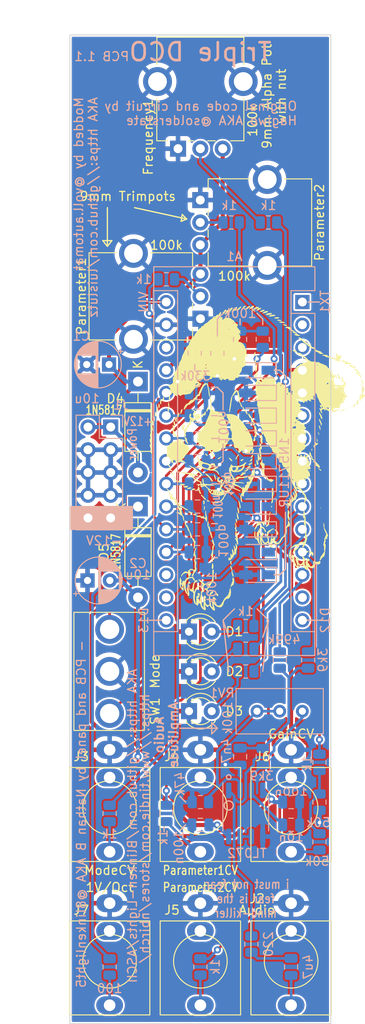
<source format=kicad_pcb>
(kicad_pcb (version 20210228) (generator pcbnew)
  (layers (0 "F.Cu" signal) (31 "B.Cu" signal) (34 "B.Paste" user) (35 "F.Paste" user) (36 "B.SilkS" user "B.Silkscreen") (37 "F.SilkS" user "F.Silkscreen") (38 "B.Mask" user) (39 "F.Mask" user) (44 "Edge.Cuts" user))
  (net 0 "")
  (net 3 "+12V")
  (net 5 "GND")
  (net 6 "HIFI")
  (net 8 "PWM")
  (net 9 "+5V")
  (net 10 "Net-(A1-Pad11)")
  (net 11 "A7")
  (net 12 "Net-(A1-Pad10)")
  (net 13 "A6")
  (net 14 "Net-(A1-Pad9)")
  (net 15 "A5")
  (net 16 "Net-(A1-Pad8)")
  (net 17 "A4")
  (net 18 "Net-(A1-Pad7)")
  (net 19 "A3")
  (net 21 "A2")
  (net 23 "A1")
  (net 24 "A0")
  (net 30 "-12V")
  (net 31 "Net-(C3-Pad1)")
  (net 32 "Net-(C5-Pad1)")
  (net 33 "Net-(C7-Pad2)")
  (net 34 "Net-(C7-Pad1)")
  (net 35 "Net-(D1-Pad2)")
  (net 36 "Net-(D2-Pad2)")
  (net 37 "Net-(D3-Pad2)")
  (net 38 "Net-(D4-Pad2)")
  (net 39 "Net-(D5-Pad1)")
  (net 40 "Net-(Frequency1-Pad2)")
  (net 42 "Net-(J3-Pad3)")
  (net 44 "Net-(J4-Pad3)")
  (net 46 "Net-(J5-Pad3)")
  (net 48 "Net-(J6-Pad3)")
  (net 49 "Net-(J7-Pad3)")
  (net 51 "Net-(Parameter1-Pad2)")
  (net 52 "Net-(Parameter2-Pad2)")
  (net 53 "Net-(R4-Pad2)")
  (net 54 "Net-(R8-Pad1)")
  (net 55 "Net-(R17-Pad2)")
  (net 56 "Net-(U1-Pad6)")
  (footprint "kicad_libraries:cat" (layer "F.Cu") (at 117.475 92.583)
    (fp_text reference "G***")
    (fp_text value "LOGO" hide)
  )
  (footprint "Potentiometer_THT:Potentiometer_GND_Alpha_RD901F-40-00D_Single_Vertical_CircularHoles" (layer "F.Cu") (at 111.135 76.795 180)
    (fp_text reference "Parameter1")
    (fp_text value "100k")
  )
  (footprint "kicad_libraries:toggle switch" (layer "F.Cu") (at 100.965 116.205)
    (fp_text reference "SW1")
    (fp_text value "Mode")
  )
  (footprint "Diode_THT:D_DO-41_SOD81_P10.16mm_Horizontal" (layer "F.Cu") (at 104.14 97.79 -90)
    (fp_text reference "D5")
    (fp_text value "1N5817")
  )
  (footprint "kicad_libraries:Thonkiconn" (layer "F.Cu") (at 100.965 131.445 180)
    (fp_text reference "J3")
    (fp_text value "ModeCV")
  )
  (footprint "Diode_THT:D_DO-41_SOD81_P10.16mm_Horizontal" (layer "F.Cu") (at 104.14 83.82 -90)
    (fp_text reference "D4")
    (fp_text value "1N5817")
  )
  (footprint "LED_THT:LED_D3.0mm" (layer "F.Cu") (at 109.855 120.65)
    (fp_text reference "D3")
    (fp_text value "LED")
  )
  (footprint "Potentiometer_THT:Potentiometer_GND_Alpha_RD901F-40-00D_Single_Vertical_CircularHoles" (layer "F.Cu") (at 108.625 57.795 90)
    (fp_text reference "Frequency1")
    (fp_text value "100k")
  )
  (footprint "kicad_libraries:Thonkiconn" (layer "F.Cu") (at 111.125 131.445 180)
    (fp_text reference "J4")
    (fp_text value "Parameter1CV")
  )
  (footprint "LED_THT:LED_D3.0mm" (layer "F.Cu") (at 109.855 116.205)
    (fp_text reference "D2")
    (fp_text value "LED")
  )
  (footprint "Potentiometer_THT:Potentiometer_GND_Alpha_RD901F-40-00D_Single_Vertical_CircularHoles" (layer "F.Cu") (at 111.115 63.54)
    (fp_text reference "Parameter2")
    (fp_text value "100k")
  )
  (footprint "LED_THT:LED_D3.0mm" (layer "F.Cu") (at 109.85 111.76)
    (fp_text reference "D1")
    (fp_text value "LED")
  )
  (footprint "kicad_libraries:Thonkiconn" (layer "F.Cu") (at 111.125 148.59 180)
    (fp_text reference "J5")
    (fp_text value "Parameter2CV")
  )
  (footprint "kicad_libraries:Thonkiconn" (layer "F.Cu") (at 100.965 148.59 180)
    (fp_text reference "J7")
    (fp_text value "1V/Oct")
  )
  (footprint "kicad_libraries:Thonkiconn" (layer "F.Cu") (at 121.285 148.59 180)
    (fp_text reference "J2")
    (fp_text value "Audio")
  )
  (footprint "kicad_libraries:Thonkiconn" (layer "F.Cu") (at 121.285 131.445 180)
    (fp_text reference "J6")
    (fp_text value "GainCV")
  )
  (footprint "Resistor_SMD:R_0805_2012MetricValue" (layer "B.Cu") (at 114.5775 66.04 180)
    (fp_text reference "R11")
    (fp_text value "1k")
  )
  (footprint "Resistor_SMD:R_0805_2012MetricValue" (layer "B.Cu") (at 110.49 106.68 90)
    (fp_text reference "R13")
    (fp_text value "100k")
  )
  (footprint "Capacitor_SMD:C_0805_2012MetricVal" (layer "B.Cu") (at 110.805 95.25)
    (fp_text reference "C10")
    (fp_text value "100p")
  )
  (footprint "Capacitor_SMD:C_0805_2012MetricVal" (layer "B.Cu") (at 110.805 102.87)
    (fp_text reference "C8")
    (fp_text value "100p" hide)
  )
  (footprint "Capacitor_THT:CP_Radial_D5.0mm_P2.50mm" (layer "B.Cu") (at 100.900113 81.915 180)
    (fp_text reference "C1")
    (fp_text value "10u")
  )
  (footprint "Capacitor_SMD:C_0805_2012MetricVal" (layer "B.Cu") (at 121.285 149.225 -90)
    (fp_text reference "C7")
    (fp_text value "4u7")
  )
  (footprint "Resistor_SMD:R_0805_2012MetricValue" (layer "B.Cu") (at 120.015 114.935 -90)
    (fp_text reference "R1")
    (fp_text value "499k")
  )
  (footprint "Resistor_SMD:R_0805_2012MetricValue" (layer "B.Cu") (at 107.315 132.08 -90)
    (fp_text reference "R21")
    (fp_text value "1k")
  )
  (footprint "Capacitor_SMD:C_0805_2012MetricVal" (layer "B.Cu") (at 110.805 90.17)
    (fp_text reference "C14")
    (fp_text value "100n" hide)
  )
  (footprint "Potentiometer_THT:Potentiometer_Bourns_3296W_Vertical" (layer "B.Cu") (at 117.465 120.65 180)
    (fp_text reference "RV1")
    (fp_text value "100k")
  )
  (footprint "Diode_SMD:D_SOD-323_HandSoldering_longerpads" (layer "B.Cu") (at 117.475 87.63 180)
    (fp_text reference "D6")
    (fp_text value "1N5711UR" hide)
  )
  (footprint "Capacitor_SMD:C_0805_2012MetricVal" (layer "B.Cu") (at 110.805 100.33)
    (fp_text reference "C9")
    (fp_text value "100p")
  )
  (footprint "Resistor_SMD:R_0805_2012MetricValue" (layer "B.Cu") (at 118.745 66.04 180)
    (fp_text reference "R9")
    (fp_text value "1k")
  )
  (footprint "Capacitor_SMD:C_0805_2012MetricVal" (layer "B.Cu") (at 110.805 97.79)
    (fp_text reference "C12")
    (fp_text value "100n")
  )
  (footprint "Resistor_SMD:R_0805_2012MetricValue" (layer "B.Cu") (at 111.125 130.81)
    (fp_text reference "R4")
    (fp_text value "47k")
  )
  (footprint "Resistor_SMD:R_0805_2012MetricValue" (layer "B.Cu") (at 118.11 79.0975 -90)
    (fp_text reference "R14")
    (fp_text value "100k" hide)
  )
  (footprint "Diode_SMD:D_SOD-323_HandSoldering_longerpads" (layer "B.Cu") (at 117.475 95.25 180)
    (fp_text reference "D13")
    (fp_text value "1N5711UR" hide)
  )
  (footprint "Module:Arduino_Nano" (layer "B.Cu") (at 122.545 74.93 180)
    (fp_text reference "A1")
    (fp_text value "Arduino_Nano_v3.x")
  )
  (footprint "Resistor_SMD:R_0805_2012MetricValue" (layer "B.Cu") (at 113.03 80.645 -90)
    (fp_text reference "R12")
    (fp_text value "100k")
  )
  (footprint "Resistor_SMD:R_0805_2012MetricValue" (layer "B.Cu") (at 124.46 126.365 -90)
    (fp_text reference "R17")
    (fp_text value "1k")
  )
  (footprint "Resistor_SMD:R_0805_2012MetricValue" (layer "B.Cu") (at 123.19 114.935 -90)
    (fp_text reference "R2")
    (fp_text value "3k9")
  )
  (footprint "Diode_SMD:D_SOD-323_HandSoldering_longerpads" (layer "B.Cu") (at 117.475 102.87 180)
    (fp_text reference "D8")
    (fp_text value "1N5711UR" hide)
  )
  (footprint "Resistor_SMD:R_0805_2012MetricValue" (layer "B.Cu") (at 124.46 135.255 90)
    (fp_text reference "R19")
    (fp_text value "50k")
  )
  (footprint "Diode_SMD:D_SOD-323_HandSoldering_longerpads" (layer "B.Cu") (at 117.475 100.33 180)
    (fp_text reference "D11")
    (fp_text value "1N5711UR" hide)
  )
  (footprint "Resistor_SMD:R_0805_2012MetricValue" (layer "B.Cu") (at 110.49 80.645 -90)
    (fp_text reference "R16")
    (fp_text value "330k")
  )
  (footprint "Capacitor_SMD:C_0805_2012MetricVal" (layer "B.Cu") (at 110.805 92.71)
    (fp_text reference "C13")
    (fp_text value "100n" hide)
  )
  (footprint "Connector_PinHeader_2.54mm:PinHeader_2x05_P2.54mm_Vertical" (layer "B.Cu") (at 101.0825 88.9 180)
    (fp_text reference "J1")
    (fp_text value "Power")
  )
  (footprint "Capacitor_SMD:C_0805_2012MetricVal" (layer "B.Cu") (at 115.57 125.73 -90)
    (fp_text reference "C3")
    (fp_text value "4n7")
  )
  (footprint "Resistor_SMD:R_0805_2012MetricValue" (layer "B.Cu") (at 111.125 149.225 -90)
    (fp_text reference "R22")
    (fp_text value "1k")
  )
  (footprint "Capacitor_SMD:C_0805_2012MetricVal" (layer "B.Cu") (at 110.805 85.09)
    (fp_text reference "C15")
    (fp_text value "100n")
  )
  (footprint "Resistor_SMD:R_0805_2012MetricValue" (layer "B.Cu") (at 100.965 132.08 -90)
    (fp_text reference "R20")
    (fp_text value "1k")
  )
  (footprint "Package_SO:SO-8_3.9x4.9mm_P1.27mm" (layer "B.Cu") (at 116.205 132.08 -90)
    (fp_text reference "U1" hide)
    (fp_text value "TL072")
  )
  (footprint "Diode_SMD:D_SOD-323_HandSoldering_longerpads" (layer "B.Cu") (at 117.475 97.79 180)
    (fp_text reference "D10")
    (fp_text value "1N5711UR" hide)
  )
  (footprint "Resistor_SMD:R_0805_2012MetricValue" (layer "B.Cu") (at 116.205 113.675)
    (fp_text reference "R6")
    (fp_text value "1k" hide)
  )
  (footprint "Resistor_SMD:R_0805_2012MetricValue" (layer "B.Cu") (at 116.205 116.215)
    (fp_text reference "R7")
    (fp_text value "1k" hide)
  )
  (footprint "Capacitor_SMD:C_0805_2012MetricVal" (layer "B.Cu") (at 111.125 133.35 180)
    (fp_text reference "C6")
    (fp_text value "100n")
  )
  (footprint "Resistor_SMD:R_0805_2012MetricValue" (layer "B.Cu") (at 116.84 146.685 -90)
    (fp_text reference "R8")
    (fp_text value "220")
  )
  (footprint "Resistor_SMD:R_0805_2012MetricValue" (layer "B.Cu") (at 116.205 111.135)
    (fp_text reference "R5")
    (fp_text value "1k")
  )
  (footprint "Capacitor_SMD:C_0805_2012MetricVal" (layer "B.Cu") (at 121.285 133.35)
    (fp_text reference "C5")
    (fp_text value "10n")
  )
  (footprint "Capacitor_SMD:C_0805_2012MetricVal" (layer "B.Cu") (at 121.285 130.81 180)
    (fp_text reference "C4")
    (fp_text value "100n")
  )
  (footprint "Diode_SMD:D_SOD-323_HandSoldering_longerpads" (layer "B.Cu") (at 117.475 90.17 180)
    (fp_text reference "D7")
    (fp_text value "1N5711UR")
  )
  (footprint "Capacitor_THT:CP_Radial_D5.0mm_P2.50mm" (layer "B.Cu") (at 98.489888 106.045)
    (fp_text reference "C2")
    (fp_text value "10u")
  )
  (footprint "Capacitor_SMD:C_0805_2012MetricVal" (layer "B.Cu") (at 110.805 87.63)
    (fp_text reference "C11")
    (fp_text value "100n" hide)
  )
  (footprint "Resistor_SMD:R_0805_2012MetricValue" (layer "B.Cu") (at 115.57 79.0975 -90)
    (fp_text reference "R15")
    (fp_text value "100k" hide)
  )
  (footprint "Diode_SMD:D_SOD-323_HandSoldering_longerpads" (layer "B.Cu") (at 117.475 92.71 180)
    (fp_text reference "D12")
    (fp_text value "1N5711UR" hide)
  )
  (footprint "Diode_SMD:D_SOD-323_HandSoldering_longerpads" (layer "B.Cu") (at 117.475 105.41 180)
    (fp_text reference "D9")
    (fp_text value "1N5711UR" hide)
  )
  (footprint "Resistor_SMD:R_0805_2012MetricValue" (layer "B.Cu") (at 124.46 130.81 90)
    (fp_text reference "R18")
    (fp_text value "50k")
  )
  (footprint "Resistor_SMD:R_0805_2012MetricValue" (layer "B.Cu") (at 118.11 125.73 -90)
    (fp_text reference "R3")
    (fp_text value "3k9")
  )
  (footprint "Resistor_SMD:R_0805_2012MetricValue" (layer "B.Cu") (at 100.965 149.225 -90)
    (fp_text reference "R23")
    (fp_text value "100")
  )
  (footprint "Resistor_SMD:R_0805_2012MetricValue" (layer "B.Cu") (at 107.315 72.39)
    (fp_text reference "R10")
    (fp_text value "1k")
  )
  (footprint "Diode_SMD:D_SOD-323_HandSoldering_longerpads" (layer "B.Cu") (at 117.475 85.09 180)
    (fp_text reference "D15")
    (fp_text value "1N5711UR" hide)
  )
  (footprint "Diode_SMD:D_SOD-323_HandSoldering_longerpads" (layer "B.Cu") (at 117.475 82.55 180)
    (fp_text reference "D14")
    (fp_text value "1N5711UR" hide)
  )
  (gr_line (start 120.65 104.775) (end 120.015 105.41) (layer "B.SilkS") (width 0.15))
  (gr_line (start 114.935 109.22) (end 113.665 110.49) (layer "B.SilkS") (width 0.15))
  (gr_line (start 122.555 110.49) (end 124.46 110.49) (layer "B.SilkS") (width 0.15))
  (gr_line (start 113.03 90.17) (end 112.395 90.17) (layer "B.SilkS") (width 0.15))
  (gr_line (start 117.475 109.22) (end 118.745 110.49) (layer "B.SilkS") (width 0.15))
  (gr_line (start 109.474 133.35) (end 108.839 133.985) (layer "B.SilkS") (width 0.15))
  (gr_line (start 113.03 103.505) (end 112.395 103.505) (layer "B.SilkS") (width 0.15))
  (gr_line (start 113.03 99.695) (end 112.395 99.695) (layer "B.SilkS") (width 0.15))
  (gr_line (start 113.665 92.71) (end 113.03 93.345) (layer "B.SilkS") (width 0.15))
  (gr_line (start 124.46 74.93) (end 123.19 74.93) (layer "B.SilkS") (width 0.15))
  (gr_line (start 108.839 122.555) (end 113.03 122.555) (layer "B.SilkS") (width 0.15))
  (gr_circle (center 114.3 131.191) (end 114.808 131.191) (layer "B.SilkS") (width 0.15) (fill none))
  (gr_line (start 120.65 89.535) (end 120.65 83.185) (layer "B.SilkS") (width 0.15))
  (gr_line (start 118.745 110.49) (end 118.11 116.205) (layer "B.SilkS") (width 0.15))
  (gr_line (start 120.65 83.185) (end 120.015 82.55) (layer "B.SilkS") (width 0.15))
  (gr_line (start 110.49 82.55) (end 110.49 81.915) (layer "B.SilkS") (width 0.15))
  (gr_line (start 105.41 74.93) (end 106.68 74.93) (layer "B.SilkS") (width 0.15))
  (gr_line (start 113.03 87.63) (end 112.395 87.63) (layer "B.SilkS") (width 0.15))
  (gr_line (start 113.03 93.345) (end 112.395 93.345) (layer "B.SilkS") (width 0.15))
  (gr_circle (center 114.3 128.016) (end 114.554 128.016) (layer "B.SilkS") (width 0.15) (fill none))
  (gr_line (start 113.665 86.995) (end 113.665 85.09) (layer "B.SilkS") (width 0.15))
  (gr_line (start 113.665 76.2) (end 113.03 76.835) (layer "B.SilkS") (width 0.15))
  (gr_line (start 120.65 98.425) (end 120.65 104.775) (layer "B.SilkS") (width 0.15))
  (gr_line (start 113.665 110.49) (end 114.3 112.395) (layer "B.SilkS") (width 0.15))
  (gr_line (start 108.839 130.175) (end 109.474 130.81) (layer "B.SilkS") (width 0.15))
  (gr_line (start 113.665 110.49) (end 114.3 116.205) (layer "B.SilkS") (width 0.15))
  (gr_rect (start 103.505 100.33) (end 96.52 97.79) (layer "B.SilkS") (width 0.15) (fill solid))
  (gr_line (start 120.015 105.41) (end 119.38 105.41) (layer "B.SilkS") (width 0.15))
  (gr_line (start 118.11 76.835) (end 118.11 77.47) (layer "B.SilkS") (width 0.15))
  (gr_line (start 120.015 82.55) (end 119.38 82.55) (layer "B.SilkS") (width 0.15))
  (gr_line (start 113.665 95.25) (end 112.395 95.25) (layer "B.SilkS") (width 0.15))
  (gr_line (start 112.395 123.19) (end 113.03 122.555) (layer "B.SilkS") (width 0.15))
  (gr_line (start 115.57 76.835) (end 115.57 77.47) (layer "B.SilkS") (width 0.15))
  (gr_line (start 113.665 85.09) (end 113.03 84.455) (layer "B.SilkS") (width 0.15))
  (gr_line (start 118.745 110.49) (end 118.11 112.395) (layer "B.SilkS") (width 0.15))
  (gr_line (start 117.475 76.2) (end 118.11 76.835) (layer "B.SilkS") (width 0.15))
  (gr_line (start 113.665 90.805) (end 113.665 92.71) (layer "B.SilkS") (width 0.15))
  (gr_line (start 105.41 110.49) (end 107.315 110.49) (layer "B.SilkS") (width 0.15))
  (gr_line (start 107.061 134.112) (end 107.061 133.604) (layer "B.SilkS") (width 0.15))
  (gr_line (start 113.03 76.835) (end 113.03 78.74) (layer "B.SilkS") (width 0.15))
  (gr_line (start 113.03 84.455) (end 112.395 84.455) (layer "B.SilkS") (width 0.15))
  (gr_line (start 113.03 122.555) (end 112.395 121.92) (layer "B.SilkS") (width 0.15))
  (gr_line (start 112.395 121.92) (end 112.395 123.19) (layer "B.SilkS") (width 0.15))
  (gr_line (start 103.759 64.389) (end 109.601 65.659) (layer "F.SilkS") (width 0.15))
  (gr_line (start 100.711 68.707) (end 100.203 68.072) (layer "F.SilkS") (width 0.15))
  (gr_line (start 100.711 64.389) (end 100.711 68.707) (layer "F.SilkS") (width 0.15))
  (gr_line (start 101.092 68.072) (end 101.219 68.072) (layer "F.SilkS") (width 0.15))
  (gr_line (start 109.601 65.659) (end 109.093 65.151) (layer "F.SilkS") (width 0.15))
  (gr_line (start 101.219 68.072) (end 100.711 68.707) (layer "F.SilkS") (width 0.15))
  (gr_line (start 109.093 65.151) (end 108.966 65.913) (layer "F.SilkS") (width 0.15))
  (gr_line (start 100.203 68.072) (end 101.092 68.072) (layer "F.SilkS") (width 0.15))
  (gr_line (start 108.966 65.913) (end 109.601 65.659) (layer "F.SilkS") (width 0.15))
  (gr_rect (start 96.52 45.085) (end 125.73 155.575) (layer "Edge.Cuts") (width 0.1) (fill none))
  (gr_text "https://www.tindie.com/stores/nbirch/" (at 104.902 118.618 90) (layer "B.SilkS") (effects (font (size 1 1)) (justify left mirror)))
  (gr_text "Modded by @voll.automat\nAKA https://github.com/luislutz" (at 98.298 51.943 90) (layer "B.SilkS") (effects (font (size 1 1)) (justify left mirror)))
  (gr_text "Triple DCO" (at 111.125 46.99) (layer "B.SilkS") (effects (font (size 2 2) (thickness 0.3)) (justify mirror)))
  (gr_text "PCB 1.1" (at 100.076 47.498) (layer "B.SilkS") (effects (font (size 1 1)) (justify mirror)))
  (gr_text "TX1" (at 125.095 74.93 90) (layer "B.SilkS") (effects (font (size 1 1)) (justify mirror)))
  (gr_text "+12V" (at 104.14 88.265) (layer "B.SilkS") (effects (font (size 1 0.8)) (justify mirror)))
  (gr_text "Original code and circuit by\nHagiwo AKA @solderstate" (at 122.047 53.848) (layer "B.SilkS") (effects (font (size 1 1)) (justify left mirror)))
  (gr_text "VIN" (at 104.775 74.93 90) (layer "B.SilkS") (effects (font (size 1 1)) (justify mirror)))
  (gr_text "-12V" (at 100.33 101.6) (layer "B.SilkS") (effects (font (size 1 1)) (justify mirror)))
  (gr_text "- PCB and panel by Nathan B AKA @8linkenlight5" (at 97.79 112.649 90) (layer "B.SilkS") (effects (font (size 1 1)) (justify left mirror)))
  (gr_text "Audio\nAmplitude" (at 107.315 123.317 90) (layer "B.SilkS") (effects (font (size 1 1) (thickness 0.2)) (justify mirror)))
  (gr_text "D13" (at 104.775 110.49 90) (layer "B.SilkS") (effects (font (size 1 1)) (justify mirror)))
  (gr_text "AKA https://github.com/Blinken-Lights/ASCII" (at 103.505 115.824 90) (layer "B.SilkS") (effects (font (size 1 1)) (justify left mirror)))
  (gr_text "i must not fear.\nfear is the\nmind-killer" (at 116.205 141.605) (layer "B.SilkS") (effects (font (size 1 0.8)) (justify mirror)))
  (gr_text "D12" (at 125.095 110.49 90) (layer "B.SilkS") (effects (font (size 1 1)) (justify mirror)))
  (gr_text "9mm Trimpots" (at 102.997 63.119) (layer "F.SilkS") (effects (font (size 1 1))))
  (gr_text "9mm Alpha Pot\nwith nut" (at 119.38 51.943 90) (layer "F.SilkS") (effects (font (size 1 1))))
  (segment (start 102.659489 85.300511) (end 104.14 83.82) (width 0.4572) (layer "F.Cu") (net 3))
  (segment (start 106.534489 129.914646) (end 106.534489 126.969332) (width 0.4572) (layer "F.Cu") (net 3))
  (segment (start 100.900113 78.86913) (end 101.634489 78.134754) (width 0.4572) (layer "F.Cu") (net 3))
  (segment (start 102.659489 106.255511) (end 102.659489 85.300511) (width 0.4572) (layer "F.Cu") (net 3))
  (segment (start 106.534489 126.969332) (end 102.755157 123.19) (width 0.4572) (layer "F.Cu") (net 3))
  (segment (start 100.900113 78.86913) (end 104.839243 74.93) (width 0.4572) (layer "F.Cu") (net 3))
  (segment (start 98.969489 109.945511) (end 102.659489 106.255511) (width 0.4572) (layer "F.Cu") (net 3))
  (segment (start 104.839243 74.93) (end 107.305 74.93) (width 0.4572) (layer "F.Cu") (net 3))
  (segment (start 102.755157 123.19) (end 100.296643 123.19) (width 0.4572) (layer "F.Cu") (net 3))
  (segment (start 109.987343 133.3675) (end 106.534489 129.914646) (width 0.4572) (layer "F.Cu") (net 3))
  (segment (start 100.900113 78.86913) (end 100.900113 81.915) (width 0.4572) (layer "F.Cu") (net 3))
  (segment (start 113.0125 133.3675) (end 109.987343 133.3675) (width 0.4572) (layer "F.Cu") (net 3))
  (segment (start 100.296643 123.19) (end 98.969489 121.862846) (width 0.4572) (layer "F.Cu") (net 3))
  (segment (start 98.969489 121.862846) (end 98.969489 109.945511) (width 0.4572) (layer "F.Cu") (net 3))
  (via (at 113.0125 133.3675) (size 0.8) (drill 0.4) (layers "F.Cu" "B.Cu") (net 3))
  (segment (start 102.805113 83.82) (end 100.900113 81.915) (width 0.4572) (layer "B.Cu") (net 3))
  (segment (start 112.995 133.35) (end 113.0125 133.3675) (width 0.4572) (layer "B.Cu") (net 3))
  (segment (start 104.14 83.82) (end 102.805113 83.82) (width 0.4572) (layer "B.Cu") (net 3))
  (segment (start 113.0125 133.3675) (end 114.3 134.655) (width 0.4572) (layer "B.Cu") (net 3))
  (segment (start 112.075 133.35) (end 112.995 133.35) (width 0.4572) (layer "B.Cu") (net 3))
  (via (at 113.919 126.619) (size 0.8) (drill 0.4) (layers "F.Cu" "B.Cu") (net 5))
  (via (at 113.03 83.185) (size 0.8) (drill 0.4) (layers "F.Cu" "B.Cu") (net 5))
  (via (at 113.284 93.091) (size 0.8) (drill 0.4) (layers "F.Cu" "B.Cu") (net 5))
  (via (at 124.46 133.096) (size 0.8) (drill 0.4) (layers "F.Cu" "B.Cu") (net 5))
  (via (at 108.585 83.82) (size 0.8) (drill 0.4) (layers "F.Cu" "B.Cu") (net 5))
  (via (at 116.205 91.567) (size 0.8) (drill 0.4) (layers "F.Cu" "B.Cu") (net 5))
  (via (at 113.157 95.885) (size 0.8) (drill 0.4) (layers "F.Cu" "B.Cu") (net 5))
  (segment (start 115.57 78.185) (end 118.11 78.185) (width 0.3048) (layer "B.Cu") (net 5))
  (segment (start 120.015 114.0225) (end 120.015 108.6068) (width 0.3048) (layer "B.Cu") (net 6))
  (segment (start 122.545 106.0768) (end 122.545 105.41) (width 0.3048) (layer "B.Cu") (net 6))
  (segment (start 120.015 108.6068) (end 122.545 106.0768) (width 0.3048) (layer "B.Cu") (net 6))
  (segment (start 123.825 113.3875) (end 123.19 114.0225) (width 0.3048) (layer "B.Cu") (net 8))
  (segment (start 122.545 102.87) (end 123.825 104.15) (width 0.3048) (layer "B.Cu") (net 8))
  (segment (start 123.825 104.15) (end 123.825 113.3875) (width 0.3048) (layer "B.Cu") (net 8))
  (segment (start 121.285 104.14) (end 121.285 122.51265) (width 0.4572) (layer "F.Cu") (net 9))
  (segment (start 120.160511 82.875511) (end 119.605511 83.430511) (width 0.4572) (layer "F.Cu") (net 9))
  (segment (start 109.355511 80.499489) (end 119.754646 80.499489) (width 0.4572) (layer "F.Cu") (net 9))
  (segment (start 109.5625 73.3675) (end 111.135 71.795) (width 0.4572) (layer "F.Cu") (net 9))
  (segment (start 111.135 71.795) (end 111.135 68.56) (width 0.4572) (layer "F.Cu") (net 9))
  (segment (start 121.285 122.51265) (end 123.19 124.41765) (width 0.4572) (layer "F.Cu") (net 9))
  (segment (start 123.19 124.41765) (end 123.19 126.16) (width 0.4572) (layer "F.Cu") (net 9))
  (segment (start 120.160511 80.905354) (end 120.160511 82.875511) (width 0.4572) (layer "F.Cu") (net 9))
  (segment (start 111.135 68.56) (end 111.115 68.54) (width 0.4572) (layer "F.Cu") (net 9))
  (segment (start 115.309646 80.499489) (end 116.496022 80.499489) (width 0.4572) (layer "F.Cu") (net 9))
  (segment (start 109.355511 80.499489) (end 109.355511 73.574489) (width 0.4572) (layer "F.Cu") (net 9))
  (segment (start 107.305 82.55) (end 109.355511 80.499489) (width 0.4572) (layer "F.Cu") (net 9))
  (segment (start 119.37 102.225) (end 121.285 104.14) (width 0.4572) (layer "F.Cu") (net 9))
  (segment (start 112.015 67.605865) (end 113.625 65.995865) (width 0.4572) (layer "F.Cu") (net 9))
  (segment (start 113.625 65.995865) (end 113.625 57.795) (width 0.4572) (layer "F.Cu") (net 9))
  (segment (start 107.305 82.55) (end 108.485511 81.369489) (width 0.4572) (layer "F.Cu") (net 9))
  (segment (start 109.355511 73.574489) (end 109.5625 73.3675) (width 0.4572) (layer "F.Cu") (net 9))
  (segment (start 112.015 67.64) (end 112.015 67.605865) (width 0.4572) (layer "F.Cu") (net 9))
  (segment (start 119.754646 80.499489) (end 120.160511 80.905354) (width 0.4572) (layer "F.Cu") (net 9))
  (segment (start 111.115 68.54) (end 112.015 67.64) (width 0.4572) (layer "F.Cu") (net 9))
  (segment (start 123.19 126.16) (end 121.285 128.065) (width 0.4572) (layer "F.Cu") (net 9))
  (via (at 119.37 102.225) (size 0.8) (drill 0.4) (layers "F.Cu" "B.Cu") (net 9))
  (via (at 119.605511 83.430511) (size 0.8) (drill 0.4) (layers "F.Cu" "B.Cu") (net 9))
  (segment (start 119.855511 93.840511) (end 119.605511 93.590511) (width 0.4572) (layer "B.Cu") (net 9))
  (segment (start 119.855511 88.760511) (end 119.605511 88.510511) (width 0.4572) (layer "B.Cu") (net 9))
  (segment (start 119.855511 93.840511) (end 118.725 92.71) (width 0.4572) (layer "B.Cu") (net 9))
  (segment (start 119.37 102.225) (end 119.517 102.225) (width 0.4572) (layer "B.Cu") (net 9))
  (segment (start 119.855511 96.659489) (end 119.855511 93.840511) (width 0.4572) (layer "B.Cu") (net 9))
  (segment (start 119.855511 86.519489) (end 118.745 87.63) (width 0.4572) (layer "B.Cu") (net 9))
  (segment (start 119.855511 86.519489) (end 119.605511 86.769489) (width 0.4572) (layer "B.Cu") (net 9))
  (segment (start 118.725 97.79) (end 118.745 97.79) (width 0.4572) (layer "B.Cu") (net 9))
  (segment (start 119.855511 88.760511) (end 118.725 87.63) (width 0.4572) (layer "B.Cu") (net 9))
  (segment (start 119.605511 83.430511) (end 119.855511 83.680511) (width 0.4572) (layer "B.Cu") (net 9))
  (segment (start 118.725 92.71) (end 119.855511 91.579489) (width 0.4572) (layer "B.Cu") (net 9))
  (segment (start 119.37 102.225) (end 118.725 102.87) (width 0.4572) (layer "B.Cu") (net 9))
  (segment (start 118.745 87.63) (end 118.725 87.63) (width 0.4572) (layer "B.Cu") (net 9))
  (segment (start 119.855511 91.579489) (end 119.855511 88.760511) (width 0.4572) (layer "B.Cu") (net 9))
  (segment (start 119.517 102.225) (end 119.605511 102.136489) (width 0.4572) (layer "B.Cu") (net 9))
  (segment (start 118.725 97.79) (end 119.855511 96.659489) (width 0.4572) (layer "B.Cu") (net 9))
  (segment (start 119.855511 83.680511) (end 119.855511 86.519489) (width 0.4572) (layer "B.Cu") (net 9))
  (segment (start 118.745 97.79) (end 120.22686 99.27186) (width 0.4572) (layer "B.Cu") (net 9))
  (segment (start 119.605511 102.136489) (end 119.605511 102.123027) (width 0.4572) (layer "B.Cu") (net 9))
  (segment (start 118.725 82.55) (end 119.605511 83.430511) (width 0.4572) (layer "B.Cu") (net 9))
  (segment (start 119.605511 102.123027) (end 120.22686 101.501678) (width 0.4572) (layer "B.Cu") (net 9))
  (segment (start 120.22686 99.27186) (end 120.22686 101.501678) (width 0.4572) (layer "B.Cu") (net 9))
  (segment (start 118.39297 114.65203) (end 118.39297 109.58293) (width 0.3048) (layer "B.Cu") (net 10))
  (segment (start 121.10672 106.86918) (end 121.10672 102.66728) (width 0.3048) (layer "B.Cu") (net 10))
  (segment (start 117.1175 115.9275) (end 117.1175 116.215) (width 0.3048) (layer "B.Cu") (net 10))
  (segment (start 118.39297 114.65203) (end 117.1175 115.9275) (width 0.3048) (layer "B.Cu") (net 10))
  (segment (start 121.10672 102.66728) (end 122.545 101.229) (width 0.3048) (layer "B.Cu") (net 10))
  (segment (start 122.545 101.229) (end 122.545 100.33) (width 0.3048) (layer "B.Cu") (net 10))
  (segment (start 118.39297 109.58293) (end 121.10672 106.86918) (width 0.3048) (layer "B.Cu") (net 10))
  (segment (start 118.39297 114.65203) (end 118.11 114.935) (width 0.3048) (layer "B.Cu") (net 10))
  (segment (start 106.045 86.35) (end 106.045 98.63276) (width 0.3048) (layer "B.Cu") (net 11))
  (segment (start 115.162619 82.55) (end 116.225 82.55) (width 0.3048) (layer "B.Cu") (net 11))
  (segment (start 109.855 85.09) (end 109.855 82.1925) (width 0.3048) (layer "B.Cu") (net 11))
  (segment (start 116.225 82.55) (end 116.225 82.59) (width 0.3048) (layer "B.Cu") (net 11))
  (segment (start 107.305 85.09) (end 109.855 85.09) (width 0.3048) (layer "B.Cu") (net 11))
  (segment (start 106.045 98.63276) (end 99.885577 104.792183) (width 0.3048) (layer "B.Cu") (net 11))
  (segment (start 113.76068 80.74068) (end 114.230689 81.210689) (width 0.3048) (layer "B.Cu") (net 11))
  (segment (start 107.305 85.09) (end 106.045 86.35) (width 0.3048) (layer "B.Cu") (net 11))
  (segment (start 116.225 82.59) (end 118.725 85.09) (width 0.3048) (layer "B.Cu") (net 11))
  (segment (start 99.885577 104.792183) (end 99.885577 106.797071) (width 0.3048) (layer "B.Cu") (net 11))
  (segment (start 99.045689 146.393189) (end 100.965 148.3125) (width 0.3048) (layer "B.Cu") (net 11))
  (segment (start 109.855 82.1925) (end 110.49 81.5575) (width 0.3048) (layer "B.Cu") (net 11))
  (segment (start 110.49 81.5575) (end 111.30682 80.74068) (width 0.3048) (layer "B.Cu") (net 11))
  (segment (start 114.230689 81.210689) (end 114.230689 81.61807) (width 0.3048) (layer "B.Cu") (net 11))
  (segment (start 114.230689 81.61807) (end 115.162619 82.55) (width 0.3048) (layer "B.Cu") (net 11))
  (segment (start 111.30682 80.74068) (end 113.76068 80.74068) (width 0.3048) (layer "B.Cu") (net 11))
  (segment (start 99.885577 106.797071) (end 99.045689 107.636959) (width 0.3048) (layer "B.Cu") (net 11))
  (segment (start 99.045689 107.636959) (end 99.045689 146.393189) (width 0.3048) (layer "B.Cu") (net 11))
  (segment (start 121.2165 99.1185) (end 121.2165 101.9116) (width 0.3048) (layer "B.Cu") (net 12))
  (segment (start 120.65 106.68) (end 117.93625 109.39375) (width 0.3048) (layer "B.Cu") (net 12))
  (segment (start 120.65 102.4781) (end 120.65 102.489) (width 0.3048) (layer "B.Cu") (net 12))
  (segment (start 117.93625 112.85625) (end 117.1175 113.675) (width 0.3048) (layer "B.Cu") (net 12))
  (segment (start 120.65 102.4781) (end 120.65 106.68) (width 0.3048) (layer "B.Cu") (net 12))
  (segment (start 122.545 97.79) (end 121.2165 99.1185) (width 0.3048) (layer "B.Cu") (net 12))
  (segment (start 121.2165 101.9116) (end 120.65 102.4781) (width 0.3048) (layer "B.Cu") (net 12))
  (segment (start 117.93625 109.39375) (end 117.93625 112.85625) (width 0.3048) (layer "B.Cu") (net 12))
  (segment (start 117.7825 89.2275) (end 117.7825 89.581881) (width 0.3048) (layer "F.Cu") (net 13))
  (segment (start 117.7825 89.581881) (end 122.01493 93.814311) (width 0.3048) (layer "F.Cu") (net 13))
  (segment (start 123.024311 93.814311) (end 124.46 95.25) (width 0.3048) (layer "F.Cu") (net 13))
  (segment (start 124.46 95.25) (end 124.46 123.825) (width 0.3048) (layer "F.Cu") (net 13))
  (segment (start 122.01493 93.814311) (end 123.024311 93.814311) (width 0.3048) (layer "F.Cu") (net 13))
  (via (at 124.46 123.825) (size 0.8) (drill 0.4) (layers "F.Cu" "B.Cu") (net 13))
  (via (at 117.7825 89.2275) (size 0.8) (drill 0.4) (layers "F.Cu" "B.Cu") (net 13))
  (segment (start 110.88432 88.65932) (end 115.19568 88.65932) (width 0.3048) (layer "B.Cu") (net 13))
  (segment (start 110.65932 83.65068) (end 112.7525 81.5575) (width 0.3048) (layer "B.Cu") (net 13))
  (segment (start 112.7525 81.5575) (end 113.03 81.5575) (width 0.3048) (layer "B.Cu") (net 13))
  (segment (start 115.19568 88.65932) (end 116.225 87.63) (width 0.3048) (layer "B.Cu") (net 13))
  (segment (start 109.855 87.63) (end 110.88432 88.65932) (width 0.3048) (layer "B.Cu") (net 13))
  (segment (start 116.225 87.63) (end 116.225 87.67) (width 0.3048) (layer "B.Cu") (net 13))
  (segment (start 116.225 87.67) (end 117.7825 89.2275) (width 0.3048) (layer "B.Cu") (net 13))
  (segment (start 110.65932 86.82568) (end 110.65932 83.65068) (width 0.3048) (layer "B.Cu") (net 13))
  (segment (start 124.46 125.4525) (end 124.46 123.825) (width 0.3048) (layer "B.Cu") (net 13))
  (segment (start 107.305 87.63) (end 109.855 87.63) (width 0.3048) (layer "B.Cu") (net 13))
  (segment (start 117.7825 89.2275) (end 118.725 90.17) (width 0.3048) (layer "B.Cu") (net 13))
  (segment (start 109.855 87.63) (end 110.65932 86.82568) (width 0.3048) (layer "B.Cu") (net 13))
  (segment (start 120.75978 101.72242) (end 120.138431 102.34377) (width 0.3048) (layer "B.Cu") (net 14))
  (segment (start 120.75978 97.03522) (end 120.75978 101.72242) (width 0.3048) (layer "B.Cu") (net 14))
  (segment (start 122.545 95.25) (end 120.75978 97.03522) (width 0.3048) (layer "B.Cu") (net 14))
  (segment (start 120.138431 102.34377) (end 120.138431 106.168431) (width 0.3048) (layer "B.Cu") (net 14))
  (segment (start 120.138431 106.168431) (end 117.1175 109.189362) (width 0.3048) (layer "B.Cu") (net 14))
  (segment (start 117.1175 109.189362) (end 117.1175 111.135) (width 0.3048) (layer "B.Cu") (net 14))
  (segment (start 118.745 129.097619) (end 120.015 130.367619) (width 0.3048) (layer "F.Cu") (net 15))
  (segment (start 119.48068 135.824733) (end 119.48068 137.26068) (width 0.3048) (layer "F.Cu") (net 15))
  (segment (start 120.089311 137.869311) (end 120.089311 140.260689) (width 0.3048) (layer "F.Cu") (net 15))
  (segment (start 114.935 82.54) (end 114.935 81.28) (width 0.3048) (layer "F.Cu") (net 15))
  (segment (start 118.169311 118.169311) (end 118.745 118.745) (width 0.3048) (layer "F.Cu") (net 15))
  (segment (start 120.089311 140.260689) (end 113.03 147.32) (width 0.3048) (layer "F.Cu") (net 15))
  (segment (start 120.015 130.367619) (end 120.015 135.290413) (width 0.3048) (layer "F.Cu") (net 15))
  (segment (start 119.48068 137.26068) (end 120.089311 137.869311) (width 0.3048) (layer "F.Cu") (net 15))
  (segment (start 118.745 118.745) (end 118.745 129.097619) (width 0.3048) (layer "F.Cu") (net 15))
  (segment (start 118.169311 94.694311) (end 118.169311 118.169311) (width 0.3048) (layer "F.Cu") (net 15))
  (segment (start 117.465 93.99) (end 118.169311 94.694311) (width 0.3048) (layer "F.Cu") (net 15))
  (segment (start 107.305 90.17) (end 114.935 82.54) (width 0.3048) (layer "F.Cu") (net 15))
  (segment (start 120.015 135.290413) (end 119.48068 135.824733) (width 0.3048) (layer "F.Cu") (net 15))
  (via (at 113.03 147.32) (size 0.8) (drill 0.4) (layers "F.Cu" "B.Cu") (net 15))
  (via (at 117.465 93.99) (size 0.8) (drill 0.4) (layers "F.Cu" "B.Cu") (net 15))
  (via (at 114.935 81.28) (size 0.8) (drill 0.4) (layers "F.Cu" "B.Cu") (net 15))
  (segment (start 109.855 90.17) (end 110.88432 91.19932) (width 0.3048) (layer "B.Cu") (net 15))
  (segment (start 107.305 90.17) (end 109.855 90.17) (width 0.3048) (layer "B.Cu") (net 15))
  (segment (start 110.88432 91.19932) (end 114.71432 91.19932) (width 0.3048) (layer "B.Cu") (net 15))
  (segment (start 111.125 148.3125) (end 112.0375 148.3125) (width 0.3048) (layer "B.Cu") (net 15))
  (segment (start 112.0375 148.3125) (end 113.03 147.32) (width 0.3048) (layer "B.Cu") (net 15))
  (segment (start 116.225 92.75) (end 117.465 93.99) (width 0.3048) (layer "B.Cu") (net 15))
  (segment (start 115.57 80.01) (end 115.57 80.645) (width 0.3048) (layer "B.Cu") (net 15))
  (segment (start 117.465 93.99) (end 118.725 95.25) (width 0.3048) (layer "B.Cu") (net 15))
  (segment (start 114.71432 91.19932) (end 116.225 92.71) (width 0.3048) (layer "B.Cu") (net 15))
  (segment (start 116.225 92.71) (end 116.225 92.75) (width 0.3048) (layer "B.Cu") (net 15))
  (segment (start 115.57 80.645) (end 114.935 81.28) (width 0.3048) (layer "B.Cu") (net 15))
  (segment (start 106.200689 107.159311) (end 106.200689 115.669311) (width 0.3048) (layer "F.Cu") (net 16))
  (segment (start 118.74 88.905) (end 118.74 88.895) (width 0.3048) (layer "F.Cu") (net 16))
  (segment (start 107.784311 106.514311) (end 106.845689 106.514311) (width 0.3048) (layer "F.Cu") (net 16))
  (segment (start 106.200689 115.669311) (end 100.965 120.905) (width 0.3048) (layer "F.Cu") (net 16))
  (segment (start 109.855 104.443622) (end 107.784311 106.514311) (width 0.3048) (layer "F.Cu") (net 16))
  (segment (start 118.11 88.265) (end 116.84 88.265) (width 0.3048) (layer "F.Cu") (net 16))
  (segment (start 116.84 88.265) (end 109.855 95.25) (width 0.3048) (layer "F.Cu") (net 16))
  (segment (start 109.855 95.25) (end 109.855 96.5309) (width 0.3048) (layer "F.Cu") (net 16))
  (segment (start 106.845689 106.514311) (end 106.200689 107.159311) (width 0.3048) (layer "F.Cu") (net 16))
  (segment (start 122.545 92.71) (end 118.74 88.905) (width 0.3048) (layer "F.Cu") (net 16))
  (segment (start 118.74 88.895) (end 118.11 88.265) (width 0.3048) (layer "F.Cu") (net 16))
  (segment (start 109.855 95.25) (end 109.855 104.443622) (width 0.3048) (layer "F.Cu") (net 16))
  (segment (start 107.305 92.71) (end 117.475 82.54) (width 0.3048) (layer "F.Cu") (net 17))
  (segment (start 117.465 99.07) (end 111.125 105.41) (width 0.3048) (layer "F.Cu") (net 17))
  (segment (start 111.125 105.41) (end 111.125 117.28276) (width 0.3048) (layer "F.Cu") (net 17))
  (segment (start 108.962071 119.445689) (end 108.711551 119.445689) (width 0.3048) (layer "F.Cu") (net 17))
  (segment (start 117.475 82.54) (end 117.475 81.28) (width 0.3048) (layer "F.Cu") (net 17))
  (segment (start 108.711551 119.445689) (end 107.315 120.84224) (width 0.3048) (layer "F.Cu") (net 17))
  (segment (start 107.315 120.84224) (end 107.315 129.54) (width 0.3048) (layer "F.Cu") (net 17))
  (segment (start 111.125 117.28276) (end 108.962071 119.445689) (width 0.3048) (layer "F.Cu") (net 17))
  (via (at 117.465 99.07) (size 0.8) (drill 0.4) (layers "F.Cu" "B.Cu") (net 17))
  (via (at 117.475 81.28) (size 0.8) (drill 0.4) (layers "F.Cu" "B.Cu") (net 17))
  (via (at 107.315 129.54) (size 0.8) (drill 0.4) (layers "F.Cu" "B.Cu") (net 17))
  (segment (start 107.305 92.71) (end 109.855 92.71) (width 0.3048) (layer "B.Cu") (net 17))
  (segment (start 112.65568 94.22068) (end 116.225 97.79) (width 0.3048) (layer "B.Cu") (net 17))
  (segment (start 118.11 80.01) (end 118.11 80.645) (width 0.3048) (layer "B.Cu") (net 17))
  (segment (start 116.225 97.79) (end 116.225 97.83) (width 0.3048) (layer "B.Cu") (net 17))
  (segment (start 117.465 99.07) (end 118.725 100.33) (width 0.3048) (layer "B.Cu") (net 17))
  (segment (start 116.225 97.83) (end 117.465 99.07) (width 0.3048) (layer "B.Cu") (net 17))
  (segment (start 111.36568 94.22068) (end 112.65568 94.22068) (width 0.3048) (layer "B.Cu") (net 17))
  (segment (start 109.855 92.71) (end 111.36568 94.22068) (width 0.3048) (layer "B.Cu") (net 17))
  (segment (start 118.11 80.645) (end 117.475 81.28) (width 0.3048) (layer "B.Cu") (net 17))
  (segment (start 107.315 131.1675) (end 107.315 129.54) (width 0.3048) (layer "B.Cu") (net 17))
  (segment (start 118.745 86.36) (end 117.475 86.36) (width 0.3048) (layer "F.Cu") (net 18))
  (segment (start 107.83507 103.974311) (end 106.845689 103.974311) (width 0.3048) (layer "F.Cu") (net 18))
  (segment (start 117.475 86.36) (end 109.22 94.615) (width 0.3048) (layer "F.Cu") (net 18))
  (segment (start 120.65 88.275) (end 120.65 88.265) (width 0.3048) (layer "F.Cu") (net 18))
  (segment (start 122.545 90.17) (end 120.65 88.275) (width 0.3048) (layer "F.Cu") (net 18))
  (segment (start 107.83507 103.974311) (end 107.149311 103.974311) (width 0.3048) (layer "F.Cu") (net 18))
  (segment (start 106.845689 103.974311) (end 105.544311 105.275689) (width 0.3048) (layer "F.Cu") (net 18))
  (segment (start 109.22 94.615) (end 109.22 97.155) (width 0.3048) (layer "F.Cu") (net 18))
  (segment (start 109.22 102.589381) (end 107.83507 103.974311) (width 0.3048) (layer "F.Cu") (net 18))
  (segment (start 105.544311 105.275689) (end 104.73593 105.275689) (width 0.3048) (layer "F.Cu") (net 18))
  (segment (start 104.73593 105.275689) (end 100.965 109.046619) (width 0.3048) (layer "F.Cu") (net 18))
  (segment (start 109.22 94.615) (end 109.22 102.589381) (width 0.3048) (layer "F.Cu") (net 18))
  (segment (start 120.65 88.265) (end 118.745 86.36) (width 0.3048) (layer "F.Cu") (net 18))
  (segment (start 100.965 109.046619) (end 100.965 111.505) (width 0.3048) (layer "F.Cu") (net 18))
  (segment (start 107.305 95.25) (end 107.305 94.344381) (width 0.3048) (layer "F.Cu") (net 19))
  (segment (start 119.38 82.269381) (end 119.38 81.28) (width 0.3048) (layer "F.Cu") (net 19))
  (segment (start 107.305 94.344381) (end 119.38 82.269381) (width 0.3048) (layer "F.Cu") (net 19))
  (via (at 119.38 81.28) (size 0.8) (drill 0.4) (layers "F.Cu" "B.Cu") (net 19))
  (segment (start 107.305 95.25) (end 109.855 95.25) (width 0.3048) (layer "B.Cu") (net 19))
  (segment (start 119.38 77.951502) (end 119.38 81.28) (width 0.3048) (layer "B.Cu") (net 19))
  (segment (start 115.49 66.04) (end 115.49 74.061502) (width 0.3048) (layer "B.Cu") (net 19))
  (segment (start 115.49 74.061502) (end 119.38 77.951502) (width 0.3048) (layer "B.Cu") (net 19))
  (segment (start 108.585 123.5475) (end 108.585 107.6725) (width 0.3048) (layer "B.Cu") (net 21))
  (segment (start 109.855 97.79) (end 110.65932 98.59432) (width 0.3048) (layer "B.Cu") (net 21))
  (segment (start 110.65932 105.59818) (end 110.49 105.7675) (width 0.3048) (layer "B.Cu") (net 21))
  (segment (start 100.965 131.1675) (end 108.585 123.5475) (width 0.3048) (layer "B.Cu") (net 21))
  (segment (start 113.3275 105.7675) (end 116.225 102.87) (width 0.3048) (layer "B.Cu") (net 21))
  (segment (start 108.585 107.6725) (end 110.49 105.7675) (width 0.3048) (layer "B.Cu") (net 21))
  (segment (start 116.225 102.87) (end 116.225 102.91) (width 0.3048) (layer "B.Cu") (net 21))
  (segment (start 107.305 97.79) (end 109.855 97.79) (width 0.3048) (layer "B.Cu") (net 21))
  (segment (start 110.49 105.7675) (end 113.3275 105.7675) (width 0.3048) (layer "B.Cu") (net 21))
  (segment (start 116.225 102.91) (end 118.725 105.41) (width 0.3048) (layer "B.Cu") (net 21))
  (segment (start 110.65932 98.59432) (end 110.65932 105.59818) (width 0.3048) (layer "B.Cu") (net 21))
  (segment (start 107.305 100.33) (end 105.90625 98.93125) (width 0.3048) (layer "F.Cu") (net 23))
  (segment (start 105.90625 98.93125) (end 105.90625 76.69625) (width 0.3048) (layer "F.Cu") (net 23))
  (segment (start 105.90625 76.69625) (end 105.41 76.2) (width 0.3048) (layer "F.Cu") (net 23))
  (via (at 105.41 76.2) (size 0.8) (drill 0.4) (layers "F.Cu" "B.Cu") (net 23))
  (segment (start 105.41 73.3825) (end 105.41 76.2) (width 0.3048) (layer "B.Cu") (net 23))
  (segment (start 106.4025 72.39) (end 105.41 73.3825) (width 0.3048) (layer "B.Cu") (net 23))
  (segment (start 107.305 100.33) (end 109.855 100.33) (width 0.3048) (layer "B.Cu") (net 23))
  (segment (start 108.585 101.59) (end 107.305 102.87) (width 0.3048) (layer "F.Cu") (net 24))
  (segment (start 117.475 85.09) (end 108.585 93.98) (width 0.3048) (layer "F.Cu") (net 24))
  (segment (start 120.65 83.82) (end 119.38 85.09) (width 0.3048) (layer "F.Cu") (net 24))
  (segment (start 108.585 93.98) (end 108.585 95.885) (width 0.3048) (layer "F.Cu") (net 24))
  (segment (start 108.585 93.98) (end 108.585 101.59) (width 0.3048) (layer "F.Cu") (net 24))
  (segment (start 119.38 85.09) (end 117.475 85.09) (width 0.3048) (layer "F.Cu") (net 24))
  (via (at 120.65 83.82) (size 0.8) (drill 0.4) (layers "F.Cu" "B.Cu") (net 24))
  (segment (start 119.6575 66.04) (end 120.65 67.0325) (width 0.3048) (layer "B.Cu") (net 24))
  (segment (start 120.65 67.0325) (end 120.65 79.221502) (width 0.3048) (layer "B.Cu") (net 24))
  (segment (start 107.305 102.87) (end 109.855 102.87) (width 0.3048) (layer "B.Cu") (net 24))
  (segment (start 120.65 67.0325) (end 120.65 83.82) (width 0.3048) (layer "B.Cu") (net 24))
  (segment (start 114.935 134.62) (end 119.08 130.475) (width 0.4572) (layer "F.Cu") (net 30))
  (segment (start 107.315 134.62) (end 114.935 134.62) (width 0.4572) (layer "F.Cu") (net 30))
  (segment (start 104.14 131.445) (end 107.315 134.62) (width 0.4572) (layer "F.Cu") (net 30))
  (segment (start 104.14 125.73) (end 104.14 131.445) (width 0.4572) (layer "F.Cu") (net 30))
  (via (at 104.14 125.73) (size 0.8) (drill 0.4) (layers "F.Cu" "B.Cu") (net 30))
  (via (at 119.08 130.475) (size 0.8) (drill 0.4) (layers "F.Cu" "B.Cu") (net 30))
  (segment (start 102.235 106.045) (end 104.14 107.95) (width 0.4572) (layer "B.Cu") (net 30))
  (segment (start 104.14 107.95) (end 104.14 125.73) (width 0.4572) (layer "B.Cu") (net 30))
  (segment (start 120.335 130.81) (end 119.415 130.81) (width 0.4572) (layer "B.Cu") (net 30))
  (segment (start 119.08 130.475) (end 118.11 129.505) (width 0.4572) (layer "B.Cu") (net 30))
  (segment (start 100.989888 106.045) (end 102.235 106.045) (width 0.4572) (layer "B.Cu") (net 30))
  (segment (start 119.415 130.81) (end 119.08 130.475) (width 0.4572) (layer "B.Cu") (net 30))
  (segment (start 123.19 115.8475) (end 122.043622 115.8475) (width 0.3048) (layer "B.Cu") (net 31))
  (segment (start 118.11 124.8175) (end 121.029311 121.898189) (width 0.3048) (layer "B.Cu") (net 31))
  (segment (start 121.029311 121.898189) (end 121.029311 116.861811) (width 0.3048) (layer "B.Cu") (net 31))
  (segment (start 122.043622 115.8475) (end 121.029311 116.861811) (width 0.3048) (layer "B.Cu") (net 31))
  (segment (start 115.57 124.78) (end 118.0725 124.78) (width 0.3048) (layer "B.Cu") (net 31))
  (segment (start 118.0725 124.78) (end 118.11 124.8175) (width 0.3048) (layer "B.Cu") (net 31))
  (segment (start 121.029311 116.861811) (end 120.015 115.8475) (width 0.3048) (layer "B.Cu") (net 31))
  (segment (start 116.84 129.855) (end 120.335 133.35) (width 0.3048) (layer "B.Cu") (net 32))
  (segment (start 116.84 127.9125) (end 118.11 126.6425) (width 0.3048) (layer "B.Cu") (net 32))
  (segment (start 116.84 129.505) (end 116.84 127.9125) (width 0.3048) (layer "B.Cu") (net 32))
  (segment (start 116.84 129.505) (end 116.84 129.855) (width 0.3048) (layer "B.Cu") (net 32))
  (segment (start 121.285 153.51) (end 121.285 150.175) (width 0.3048) (layer "B.Cu") (net 33))
  (segment (start 121.285 148.275) (end 117.5175 148.275) (width 0.3048) (layer "B.Cu") (net 34))
  (segment (start 117.5175 148.275) (end 116.84 147.5975) (width 0.3048) (layer "B.Cu") (net 34))
  (segment (start 114.6675 111.76) (end 115.2925 111.135) (width 0.3048) (layer "B.Cu") (net 35))
  (segment (start 112.39 111.76) (end 114.6675 111.76) (width 0.3048) (layer "B.Cu") (net 35))
  (segment (start 114.925 113.675) (end 115.2925 113.675) (width 0.3048) (layer "B.Cu") (net 36))
  (segment (start 112.395 116.205) (end 114.925 113.675) (width 0.3048) (layer "B.Cu") (net 36))
  (segment (start 115.2925 117.7525) (end 115.2925 116.215) (width 0.3048) (layer "B.Cu") (net 37))
  (segment (start 112.395 120.65) (end 115.2925 117.7525) (width 0.3048) (layer "B.Cu") (net 37))
  (segment (start 98.5425 88.9) (end 101.0825 88.9) (width 0.4572) (layer "B.Cu") (net 38))
  (segment (start 101.0825 88.9) (end 101.0825 89.0175) (width 0.4572) (layer "B.Cu") (net 38))
  (segment (start 104.14 91.9575) (end 104.14 93.98) (width 0.4572) (layer "B.Cu") (net 38))
  (segment (start 101.0825 88.9) (end 104.14 91.9575) (width 0.4572) (layer "B.Cu") (net 38))
  (segment (start 101.0825 99.06) (end 101.0825 98.9425) (width 0.4572) (layer "B.Cu") (net 39))
  (segment (start 101.0825 99.06) (end 102.87 99.06) (width 0.4572) (layer "B.Cu") (net 39))
  (segment (start 98.5425 99.06) (end 101.0825 99.06) (width 0.4572) (layer "B.Cu") (net 39))
  (segment (start 102.87 99.06) (end 104.14 97.79) (width 0.4572) (layer "B.Cu") (net 39))
  (segment (start 111.125 59.3325) (end 117.8325 66.04) (width 0.3048) (layer "B.Cu") (net 40))
  (segment (start 111.125 57.795) (end 111.125 59.3325) (width 0.3048) (layer "B.Cu") (net 40))
  (segment (start 100.965 136.365) (end 100.965 132.9925) (width 0.3048) (layer "B.Cu") (net 42))
  (segment (start 110.6875 136.365) (end 107.315 132.9925) (width 0.3048) (layer "B.Cu") (net 44))
  (segment (start 111.125 136.365) (end 110.6875 136.365) (width 0.3048) (layer "B.Cu") (net 44))
  (segment (start 111.125 153.51) (end 111.125 150.1375) (width 0.3048) (layer "B.Cu") (net 46))
  (segment (start 124.2625 136.365) (end 124.46 136.1675) (width 0.3048) (layer "B.Cu") (net 48))
  (segment (start 121.285 136.365) (end 124.2625 136.365) (width 0.3048) (layer "B.Cu") (net 48))
  (segment (start 100.965 150.1375) (end 100.965 153.51) (width 0.3048) (layer "B.Cu") (net 49))
  (segment (start 109.23 72.39) (end 111.135 74.295) (width 0.3048) (layer "B.Cu") (net 51))
  (segment (start 108.2275 72.39) (end 109.23 72.39) (width 0.3048) (layer "B.Cu") (net 51))
  (segment (start 111.115 66.04) (end 113.665 66.04) (width 0.3048) (layer "B.Cu") (net 52))
  (segment (start 115.57 129.505) (end 115.57 128.63) (width 0.3048) (layer "B.Cu") (net 53))
  (segment (start 115.57 128.63) (end 115.21 128.27) (width 0.3048) (layer "B.Cu") (net 53))
  (segment (start 114.010422 128.27) (end 112.885211 129.395211) (width 0.3048) (layer "B.Cu") (net 53))
  (segment (start 113.03 129.250422) (end 112.885211 129.395211) (width 0.3048) (layer "B.Cu") (net 53))
  (segment (start 113.03 125.095) (end 113.03 129.250422) (width 0.3048) (layer "B.Cu") (net 53))
  (segment (start 115.21 128.27) (end 114.010422 128.27) (width 0.3048) (layer "B.Cu") (net 53))
  (segment (start 117.465 120.65) (end 114.010422 124.104578) (width 0.3048) (layer "B.Cu") (net 53))
  (segment (start 112.0375 130.242922) (end 112.0375 130.81) (width 0.3048) (layer "B.Cu") (net 53))
  (segment (start 114.010422 124.104578) (end 114.010422 124.114578) (width 0.3048) (layer "B.Cu") (net 53))
  (segment (start 117.465 120.65) (end 120.005 120.65) (width 0.3048) (layer "B.Cu") (net 53))
  (segment (start 112.885211 129.395211) (end 112.0375 130.242922) (width 0.3048) (layer "B.Cu") (net 53))
  (segment (start 114.010422 124.114578) (end 113.03 125.095) (width 0.3048) (layer "B.Cu") (net 53))
  (segment (start 116.84 140.11886) (end 114.90432 138.18318) (width 0.3048) (layer "B.Cu") (net 54))
  (segment (start 115.350422 130.81) (end 114.90432 130.363898) (width 0.3048) (layer "B.Cu") (net 54))
  (segment (start 118.605318 125.82568) (end 117.423322 125.82568) (width 0.3048) (layer "B.Cu") (net 54))
  (segment (start 117.10568 126.660318) (end 116.205 127.560998) (width 0.3048) (layer "B.Cu") (net 54))
  (segment (start 115.789578 130.81) (end 115.350422 130.81) (width 0.3048) (layer "B.Cu") (net 54))
  (segment (start 122.545 121.360413) (end 119.38 124.525413) (width 0.3048) (layer "B.Cu") (net 54))
  (segment (start 117.10568 126.143322) (end 117.10568 126.660318) (width 0.3048) (layer "B.Cu") (net 54))
  (segment (start 116.205 130.394578) (end 115.789578 130.81) (width 0.3048) (layer "B.Cu") (net 54))
  (segment (start 114.90432 130.10932) (end 114.90432 138.18318) (width 0.3048) (layer "B.Cu") (net 54))
  (segment (start 119.38 124.525413) (end 119.38 125.050998) (width 0.3048) (layer "B.Cu") (net 54))
  (segment (start 119.38 125.050998) (end 118.605318 125.82568) (width 0.3048) (layer "B.Cu") (net 54))
  (segment (start 114.3 129.505) (end 114.90432 130.10932) (width 0.3048) (layer "B.Cu") (net 54))
  (segment (start 122.545 120.65) (end 122.545 121.360413) (width 0.3048) (layer "B.Cu") (net 54))
  (segment (start 116.84 145.7725) (end 116.84 140.11886) (width 0.3048) (layer "B.Cu") (net 54))
  (segment (start 114.90432 130.363898) (end 114.90432 130.10932) (width 0.3048) (layer "B.Cu") (net 54))
  (segment (start 116.205 127.560998) (end 116.205 130.394578) (width 0.3048) (layer "B.Cu") (net 54))
  (segment (start 117.423322 125.82568) (end 117.10568 126.143322) (width 0.3048) (layer "B.Cu") (net 54))
  (segment (start 124.46 129.8975) (end 124.46 127.2775) (width 0.3048) (layer "B.Cu") (net 55))
  (segment (start 123.45568 130.90182) (end 124.46 129.8975) (width 0.3048) (layer "B.Cu") (net 55))
  (segment (start 124.46 134.3425) (end 123.45568 133.33818) (width 0.3048) (layer "B.Cu") (net 55))
  (segment (start 123.45568 133.33818) (end 123.45568 130.90182) (width 0.3048) (layer "B.Cu") (net 55))
  (segment (start 115.57 134.655) (end 116.84 134.655) (width 0.3048) (layer "B.Cu") (net 56))
  (zone (net 5) (net_name "GND") (layer "F.Cu") (connect_pads (clearance 0.2032)) (min_thickness 0.254) (fill yes (thermal_gap 0.508) (thermal_bridge_width 0.508))
    (polygon (pts (xy 125.73 155.575) (xy 96.52 155.575) (xy 96.52 45.085) (xy 125.73 45.085)))
  )
  (zone (net 5) (net_name "GND") (layer "B.Cu") (connect_pads (clearance 0.2032)) (min_thickness 0.254) (fill yes (thermal_gap 0.508) (thermal_bridge_width 0.508))
    (polygon (pts (xy 125.73 155.575) (xy 96.52 155.575) (xy 96.52 45.085) (xy 125.73 45.085)))
  )
)
</source>
